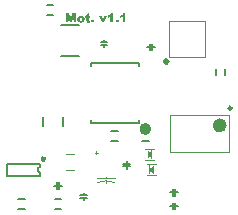
<source format=gto>
G04 Layer_Color=65535*
%FSAX24Y24*%
%MOIN*%
G70*
G01*
G75*
%ADD26C,0.0236*%
%ADD31C,0.0039*%
%ADD32C,0.0197*%
%ADD33C,0.0118*%
%ADD34C,0.0059*%
%ADD35C,0.0098*%
%ADD36C,0.0050*%
%ADD37C,0.0079*%
G36*
X015430Y018200D02*
X015345D01*
Y018399D01*
X015344Y018399D01*
X015342Y018397D01*
X015338Y018394D01*
X015333Y018390D01*
X015326Y018386D01*
X015320Y018382D01*
X015306Y018374D01*
X015305Y018373D01*
X015302Y018372D01*
X015298Y018370D01*
X015293Y018368D01*
X015286Y018365D01*
X015278Y018362D01*
X015268Y018360D01*
X015258Y018356D01*
Y018424D01*
X015259D01*
X015260Y018425D01*
X015262Y018425D01*
X015265Y018426D01*
X015268Y018428D01*
X015272Y018429D01*
X015282Y018433D01*
X015293Y018438D01*
X015303Y018443D01*
X015314Y018449D01*
X015324Y018456D01*
X015325Y018457D01*
X015328Y018460D01*
X015332Y018464D01*
X015337Y018470D01*
X015343Y018476D01*
X015349Y018485D01*
X015355Y018494D01*
X015360Y018505D01*
X015430D01*
Y018200D01*
D02*
G37*
G36*
X015617D02*
X015528D01*
Y018284D01*
X015617D01*
Y018200D01*
D02*
G37*
G36*
X014803D02*
X014715D01*
Y018284D01*
X014803D01*
Y018200D01*
D02*
G37*
G36*
X014374Y018421D02*
X014380Y018421D01*
X014386Y018420D01*
X014393Y018419D01*
X014400Y018417D01*
X014416Y018413D01*
X014424Y018410D01*
X014433Y018406D01*
X014441Y018402D01*
X014448Y018396D01*
X014456Y018391D01*
X014462Y018384D01*
X014462Y018383D01*
X014463Y018383D01*
X014464Y018381D01*
X014466Y018379D01*
X014468Y018375D01*
X014471Y018372D01*
X014476Y018363D01*
X014480Y018352D01*
X014485Y018339D01*
X014488Y018325D01*
X014489Y018317D01*
Y018309D01*
Y018308D01*
Y018307D01*
Y018304D01*
X014488Y018301D01*
X014488Y018296D01*
X014487Y018292D01*
X014486Y018286D01*
X014485Y018280D01*
X014481Y018267D01*
X014478Y018260D01*
X014475Y018253D01*
X014471Y018246D01*
X014467Y018239D01*
X014461Y018233D01*
X014456Y018226D01*
X014455Y018226D01*
X014454Y018225D01*
X014452Y018224D01*
X014449Y018221D01*
X014446Y018219D01*
X014442Y018217D01*
X014437Y018214D01*
X014431Y018211D01*
X014426Y018207D01*
X014419Y018205D01*
X014411Y018202D01*
X014403Y018200D01*
X014394Y018198D01*
X014385Y018196D01*
X014374Y018195D01*
X014364Y018195D01*
X014359D01*
X014355Y018195D01*
X014351D01*
X014346Y018196D01*
X014340Y018197D01*
X014334Y018198D01*
X014320Y018201D01*
X014306Y018206D01*
X014292Y018213D01*
X014286Y018217D01*
X014279Y018221D01*
X014279Y018222D01*
X014278Y018223D01*
X014276Y018225D01*
X014273Y018227D01*
X014270Y018231D01*
X014267Y018235D01*
X014263Y018239D01*
X014260Y018244D01*
X014256Y018250D01*
X014253Y018256D01*
X014249Y018264D01*
X014246Y018271D01*
X014244Y018279D01*
X014242Y018288D01*
X014241Y018297D01*
X014240Y018307D01*
Y018308D01*
Y018309D01*
Y018312D01*
X014241Y018316D01*
X014241Y018320D01*
X014242Y018325D01*
X014243Y018330D01*
X014244Y018337D01*
X014248Y018349D01*
X014251Y018356D01*
X014255Y018363D01*
X014258Y018370D01*
X014263Y018377D01*
X014268Y018383D01*
X014274Y018390D01*
X014274Y018390D01*
X014275Y018391D01*
X014277Y018392D01*
X014280Y018395D01*
X014283Y018397D01*
X014287Y018400D01*
X014292Y018403D01*
X014297Y018406D01*
X014304Y018409D01*
X014310Y018411D01*
X014317Y018414D01*
X014325Y018417D01*
X014334Y018419D01*
X014343Y018421D01*
X014353Y018421D01*
X014363Y018422D01*
X014370D01*
X014374Y018421D01*
D02*
G37*
G36*
X014630Y018417D02*
X014675D01*
Y018356D01*
X014630D01*
Y018278D01*
Y018278D01*
Y018276D01*
Y018274D01*
X014630Y018271D01*
X014631Y018265D01*
X014631Y018262D01*
X014632Y018260D01*
X014632Y018259D01*
X014635Y018257D01*
X014640Y018255D01*
X014643Y018254D01*
X014646Y018254D01*
X014648D01*
X014650Y018254D01*
X014653D01*
X014657Y018255D01*
X014661Y018256D01*
X014666Y018257D01*
X014672Y018259D01*
X014678Y018201D01*
X014677D01*
X014676Y018201D01*
X014673Y018200D01*
X014667Y018199D01*
X014659Y018198D01*
X014651Y018197D01*
X014641Y018196D01*
X014631Y018195D01*
X014620Y018195D01*
X014615D01*
X014610Y018195D01*
X014603Y018196D01*
X014596Y018197D01*
X014588Y018198D01*
X014581Y018200D01*
X014574Y018202D01*
X014574Y018203D01*
X014572Y018204D01*
X014569Y018206D01*
X014566Y018209D01*
X014563Y018212D01*
X014559Y018216D01*
X014556Y018221D01*
X014553Y018226D01*
Y018227D01*
X014552Y018229D01*
X014551Y018233D01*
X014549Y018239D01*
X014548Y018247D01*
X014547Y018255D01*
X014547Y018266D01*
X014546Y018279D01*
Y018356D01*
X014515D01*
Y018417D01*
X014546D01*
Y018456D01*
X014630Y018500D01*
Y018417D01*
D02*
G37*
G36*
X015848Y018200D02*
X015764D01*
Y018399D01*
X015763Y018399D01*
X015760Y018397D01*
X015756Y018394D01*
X015751Y018390D01*
X015745Y018386D01*
X015738Y018382D01*
X015724Y018374D01*
X015723Y018373D01*
X015720Y018372D01*
X015716Y018370D01*
X015711Y018368D01*
X015704Y018365D01*
X015696Y018362D01*
X015687Y018360D01*
X015676Y018356D01*
Y018424D01*
X015677D01*
X015678Y018425D01*
X015680Y018425D01*
X015683Y018426D01*
X015687Y018428D01*
X015691Y018429D01*
X015700Y018433D01*
X015711Y018438D01*
X015722Y018443D01*
X015732Y018449D01*
X015742Y018456D01*
X015743Y018457D01*
X015746Y018460D01*
X015750Y018464D01*
X015755Y018470D01*
X015761Y018476D01*
X015767Y018485D01*
X015773Y018494D01*
X015779Y018505D01*
X015848D01*
Y018200D01*
D02*
G37*
G36*
X016656Y013313D02*
X016785Y013443D01*
Y013147D01*
X016656Y013277D01*
Y013152D01*
X016636D01*
Y013448D01*
X016656D01*
Y013313D01*
D02*
G37*
G36*
X016714Y013823D02*
Y013948D01*
X016734D01*
Y013652D01*
X016714D01*
Y013787D01*
X016585Y013657D01*
Y013953D01*
X016714Y013823D01*
D02*
G37*
G36*
X014197Y018200D02*
X014121D01*
Y018428D01*
X014063Y018200D01*
X013994D01*
X013936Y018428D01*
Y018200D01*
X013860D01*
Y018500D01*
X013982D01*
X014028Y018317D01*
X014075Y018500D01*
X014197D01*
Y018200D01*
D02*
G37*
G36*
X015132D02*
X015059D01*
X014969Y018417D01*
X015055D01*
X015097Y018279D01*
X015141Y018417D01*
X015225D01*
X015132Y018200D01*
D02*
G37*
%LPC*%
G36*
X014365Y018365D02*
X014362D01*
X014359Y018364D01*
X014355Y018363D01*
X014350Y018361D01*
X014345Y018358D01*
X014340Y018355D01*
X014335Y018350D01*
X014335Y018350D01*
X014333Y018348D01*
X014332Y018345D01*
X014329Y018340D01*
X014327Y018334D01*
X014325Y018327D01*
X014324Y018318D01*
X014324Y018308D01*
Y018307D01*
Y018307D01*
Y018303D01*
X014324Y018298D01*
X014325Y018292D01*
X014327Y018284D01*
X014328Y018277D01*
X014331Y018270D01*
X014335Y018265D01*
X014336Y018264D01*
X014338Y018262D01*
X014340Y018260D01*
X014343Y018258D01*
X014347Y018255D01*
X014352Y018253D01*
X014358Y018251D01*
X014365Y018251D01*
X014367D01*
X014371Y018251D01*
X014375Y018252D01*
X014380Y018254D01*
X014385Y018256D01*
X014389Y018259D01*
X014394Y018264D01*
X014395Y018265D01*
X014396Y018267D01*
X014397Y018270D01*
X014400Y018275D01*
X014402Y018281D01*
X014404Y018289D01*
X014405Y018298D01*
X014405Y018308D01*
Y018309D01*
Y018309D01*
Y018313D01*
X014405Y018318D01*
X014404Y018324D01*
X014403Y018331D01*
X014400Y018338D01*
X014397Y018345D01*
X014393Y018350D01*
X014393Y018351D01*
X014391Y018353D01*
X014389Y018355D01*
X014385Y018358D01*
X014381Y018360D01*
X014377Y018362D01*
X014371Y018364D01*
X014365Y018365D01*
D02*
G37*
%LPD*%
D26*
X019107Y014768D02*
G03*
X019107Y014768I-000118J000000D01*
G01*
D31*
X015499Y012857D02*
G03*
X014903Y012862I-000303J-000648D01*
G01*
X014900Y013000D02*
X015500D01*
X015200Y012840D02*
Y012920D01*
Y013000D02*
Y013060D01*
X014880Y013810D02*
Y013910D01*
X014820Y013860D02*
X014940D01*
X016503Y013623D02*
X016793D01*
X016512Y013977D02*
X016803D01*
X016577Y013477D02*
X016867D01*
X016567Y013123D02*
X016858D01*
X013865Y013280D02*
X014135D01*
X013865Y013815D02*
X014130D01*
X017301Y017041D02*
Y018262D01*
X018483Y017041D02*
Y018262D01*
X017301Y017041D02*
X018483D01*
X017301Y018262D02*
X018483D01*
X017329Y015110D02*
X019294D01*
X017329Y013890D02*
X019294D01*
Y015110D01*
X017329Y013890D02*
Y015110D01*
D32*
X016610Y014650D02*
G03*
X016610Y014650I-000100J000000D01*
G01*
D33*
X013113Y013618D02*
G03*
X013110Y013618I-000003J000038D01*
G01*
X017267Y016901D02*
G03*
X017267Y016901I-000059J000000D01*
G01*
D34*
X013007Y013384D02*
G03*
X013007Y013197I000000J-000093D01*
G01*
X013705Y017088D02*
X014295D01*
X013705Y018112D02*
X014295D01*
X014710Y016850D02*
X016310D01*
Y014850D02*
Y014950D01*
X014710Y014850D02*
X016310D01*
X014710D02*
Y014950D01*
X016310Y016750D02*
Y016850D01*
X014710Y016750D02*
Y016850D01*
X013007Y013093D02*
Y013197D01*
Y013383D02*
Y013483D01*
X011885Y013093D02*
X013007D01*
X011885D02*
Y013483D01*
X013007D01*
D35*
X019383Y015348D02*
G03*
X019383Y015348I-000049J000000D01*
G01*
D36*
X018853Y016437D02*
Y016654D01*
X019177Y016437D02*
Y016654D01*
X015883Y013408D02*
X015883Y013319D01*
X015782Y013408D02*
X016001D01*
X015782Y013487D02*
X016001D01*
X015883Y013575D02*
X015883Y013487D01*
X013642Y012753D02*
X013731Y012753D01*
X013642Y012652D02*
Y012871D01*
X013563Y012652D02*
Y012871D01*
X013475Y012753D02*
X013563Y012753D01*
X014457Y012531D02*
X014457Y012442D01*
X014339D02*
X014558D01*
X014339Y012363D02*
X014558D01*
X014457D02*
X014457Y012275D01*
X015137Y017631D02*
X015137Y017542D01*
X015019D02*
X015238D01*
X015019Y017463D02*
X015238D01*
X015137D02*
X015137Y017375D01*
X016569Y017397D02*
X016658Y017397D01*
Y017279D02*
Y017498D01*
X016737Y017279D02*
Y017498D01*
Y017397D02*
X016825Y017397D01*
X017329Y012547D02*
X017418Y012547D01*
Y012429D02*
Y012648D01*
X017497Y012429D02*
Y012648D01*
Y012547D02*
X017585Y012547D01*
X017329Y012097D02*
X017418Y012097D01*
Y011979D02*
Y012198D01*
X017497Y011979D02*
Y012198D01*
Y012097D02*
X017585Y012097D01*
X015372Y014243D02*
X015588D01*
X015372Y014567D02*
X015588D01*
X013492Y011993D02*
X013708D01*
X013492Y012317D02*
X013708D01*
X013232Y018443D02*
X013448D01*
X013232Y018767D02*
X013448D01*
X012272Y012307D02*
X012488D01*
X012272Y011983D02*
X012488D01*
X016412Y014557D02*
X016628D01*
X016412Y014233D02*
X016628D01*
D37*
X013105Y014743D02*
Y015057D01*
X013775Y014743D02*
Y015057D01*
M02*

</source>
